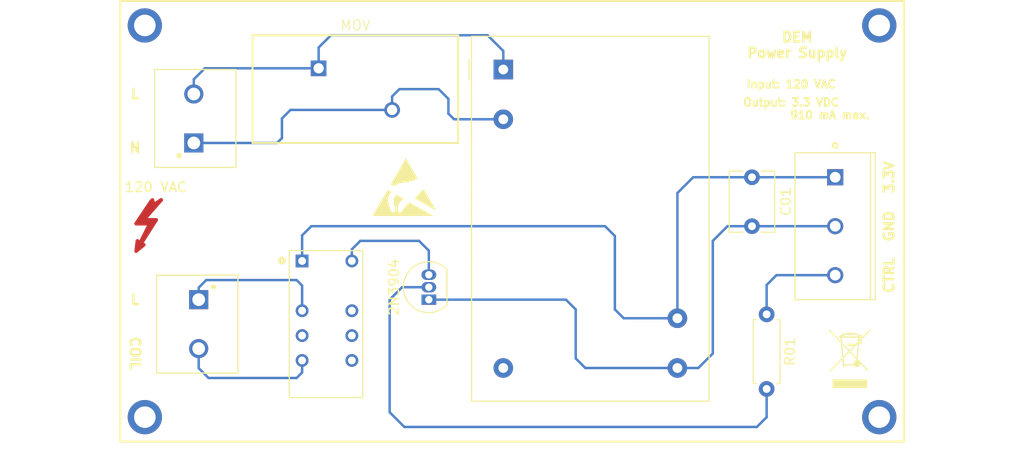
<source format=kicad_pcb>
(kicad_pcb (version 20171130) (host pcbnew "(5.0.1)-4")

  (general
    (thickness 1.6)
    (drawings 14)
    (tracks 70)
    (zones 0)
    (modules 16)
    (nets 15)
  )

  (page A4)
  (layers
    (0 F.Cu signal)
    (31 B.Cu signal)
    (32 B.Adhes user)
    (33 F.Adhes user)
    (34 B.Paste user)
    (35 F.Paste user)
    (36 B.SilkS user)
    (37 F.SilkS user)
    (38 B.Mask user)
    (39 F.Mask user)
    (40 Dwgs.User user)
    (41 Cmts.User user)
    (42 Eco1.User user)
    (43 Eco2.User user)
    (44 Edge.Cuts user)
    (45 Margin user)
    (46 B.CrtYd user)
    (47 F.CrtYd user)
    (48 B.Fab user)
    (49 F.Fab user)
  )

  (setup
    (last_trace_width 0.25)
    (trace_clearance 0.2)
    (zone_clearance 0.508)
    (zone_45_only no)
    (trace_min 0.2)
    (segment_width 0.2)
    (edge_width 0.15)
    (via_size 0.8)
    (via_drill 0.4)
    (via_min_size 0.4)
    (via_min_drill 0.3)
    (uvia_size 0.3)
    (uvia_drill 0.1)
    (uvias_allowed no)
    (uvia_min_size 0.2)
    (uvia_min_drill 0.1)
    (pcb_text_width 0.3)
    (pcb_text_size 1.5 1.5)
    (mod_edge_width 0.15)
    (mod_text_size 1 1)
    (mod_text_width 0.15)
    (pad_size 3.5 3.5)
    (pad_drill 2.2)
    (pad_to_mask_clearance 0.051)
    (solder_mask_min_width 0.25)
    (aux_axis_origin 0 0)
    (visible_elements 7FFFFFFF)
    (pcbplotparams
      (layerselection 0x010fc_ffffffff)
      (usegerberextensions false)
      (usegerberattributes false)
      (usegerberadvancedattributes false)
      (creategerberjobfile false)
      (excludeedgelayer true)
      (linewidth 0.100000)
      (plotframeref false)
      (viasonmask false)
      (mode 1)
      (useauxorigin false)
      (hpglpennumber 1)
      (hpglpenspeed 20)
      (hpglpendiameter 15.000000)
      (psnegative false)
      (psa4output false)
      (plotreference true)
      (plotvalue true)
      (plotinvisibletext false)
      (padsonsilk false)
      (subtractmaskfromsilk false)
      (outputformat 1)
      (mirror false)
      (drillshape 1)
      (scaleselection 1)
      (outputdirectory ""))
  )

  (net 0 "")
  (net 1 "Net-(C01-Pad1)")
  (net 2 "Net-(C01-Pad2)")
  (net 3 "Net-(J01-Pad2)")
  (net 4 "Net-(J01-Pad1)")
  (net 5 "Net-(J02-Pad3)")
  (net 6 "Net-(J03-Pad1)")
  (net 7 "Net-(J03-Pad2)")
  (net 8 "Net-(K01-Pad12)")
  (net 9 "Net-(K01-Pad10)")
  (net 10 "Net-(K01-Pad9)")
  (net 11 "Net-(K01-Pad8)")
  (net 12 "Net-(K01-Pad4)")
  (net 13 "Net-(PS01-Pad3)")
  (net 14 "Net-(Q01-Pad2)")

  (net_class Default "This is the default net class."
    (clearance 0.2)
    (trace_width 0.25)
    (via_dia 0.8)
    (via_drill 0.4)
    (uvia_dia 0.3)
    (uvia_drill 0.1)
    (add_net "Net-(C01-Pad1)")
    (add_net "Net-(C01-Pad2)")
    (add_net "Net-(J01-Pad1)")
    (add_net "Net-(J01-Pad2)")
    (add_net "Net-(J02-Pad3)")
    (add_net "Net-(J03-Pad1)")
    (add_net "Net-(J03-Pad2)")
    (add_net "Net-(K01-Pad10)")
    (add_net "Net-(K01-Pad12)")
    (add_net "Net-(K01-Pad4)")
    (add_net "Net-(K01-Pad8)")
    (add_net "Net-(K01-Pad9)")
    (add_net "Net-(PS01-Pad3)")
    (add_net "Net-(Q01-Pad2)")
  )

  (module Resistor_THT:R_Axial_DIN0207_L6.3mm_D2.5mm_P7.62mm_Horizontal (layer F.Cu) (tedit 5AE5139B) (tstamp 5C88078B)
    (at 152.5 106.5 270)
    (descr "Resistor, Axial_DIN0207 series, Axial, Horizontal, pin pitch=7.62mm, 0.25W = 1/4W, length*diameter=6.3*2.5mm^2, http://cdn-reichelt.de/documents/datenblatt/B400/1_4W%23YAG.pdf")
    (tags "Resistor Axial_DIN0207 series Axial Horizontal pin pitch 7.62mm 0.25W = 1/4W length 6.3mm diameter 2.5mm")
    (path /5C6F353E)
    (fp_text reference R01 (at 3.81 -2.37 270) (layer F.SilkS)
      (effects (font (size 1 1) (thickness 0.15)))
    )
    (fp_text value 10k (at 3.81 2.37 270) (layer F.Fab)
      (effects (font (size 1 1) (thickness 0.15)))
    )
    (fp_line (start 0.66 -1.25) (end 0.66 1.25) (layer F.Fab) (width 0.1))
    (fp_line (start 0.66 1.25) (end 6.96 1.25) (layer F.Fab) (width 0.1))
    (fp_line (start 6.96 1.25) (end 6.96 -1.25) (layer F.Fab) (width 0.1))
    (fp_line (start 6.96 -1.25) (end 0.66 -1.25) (layer F.Fab) (width 0.1))
    (fp_line (start 0 0) (end 0.66 0) (layer F.Fab) (width 0.1))
    (fp_line (start 7.62 0) (end 6.96 0) (layer F.Fab) (width 0.1))
    (fp_line (start 0.54 -1.04) (end 0.54 -1.37) (layer F.SilkS) (width 0.12))
    (fp_line (start 0.54 -1.37) (end 7.08 -1.37) (layer F.SilkS) (width 0.12))
    (fp_line (start 7.08 -1.37) (end 7.08 -1.04) (layer F.SilkS) (width 0.12))
    (fp_line (start 0.54 1.04) (end 0.54 1.37) (layer F.SilkS) (width 0.12))
    (fp_line (start 0.54 1.37) (end 7.08 1.37) (layer F.SilkS) (width 0.12))
    (fp_line (start 7.08 1.37) (end 7.08 1.04) (layer F.SilkS) (width 0.12))
    (fp_line (start -1.05 -1.5) (end -1.05 1.5) (layer F.CrtYd) (width 0.05))
    (fp_line (start -1.05 1.5) (end 8.67 1.5) (layer F.CrtYd) (width 0.05))
    (fp_line (start 8.67 1.5) (end 8.67 -1.5) (layer F.CrtYd) (width 0.05))
    (fp_line (start 8.67 -1.5) (end -1.05 -1.5) (layer F.CrtYd) (width 0.05))
    (fp_text user %R (at 3.81 0 90) (layer F.Fab)
      (effects (font (size 1 1) (thickness 0.15)))
    )
    (pad 1 thru_hole circle (at 0 0 270) (size 1.6 1.6) (drill 0.8) (layers *.Cu *.Mask)
      (net 5 "Net-(J02-Pad3)"))
    (pad 2 thru_hole oval (at 7.62 0 270) (size 1.6 1.6) (drill 0.8) (layers *.Cu *.Mask)
      (net 14 "Net-(Q01-Pad2)"))
    (model ${KISYS3DMOD}/Resistor_THT.3dshapes/R_Axial_DIN0207_L6.3mm_D2.5mm_P7.62mm_Horizontal.wrl
      (at (xyz 0 0 0))
      (scale (xyz 1 1 1))
      (rotate (xyz 0 0 0))
    )
  )

  (module Converter_ACDC:Converter_ACDC_RECOM_RAC04-xxSGx_THT (layer F.Cu) (tedit 5C6F3C9F) (tstamp 5C880762)
    (at 125.605001 81.5)
    (descr https://www.recom-power.com/pdf/Powerline-AC-DC/RAC04-GA.pdf)
    (tags "recom power ac dc")
    (path /5C4A2129)
    (fp_text reference PS01 (at -0.01 -4.39 180) (layer F.SilkS) hide
      (effects (font (size 1 1) (thickness 0.15)))
    )
    (fp_text value RAC03-3.3SGA (at 15 15 270) (layer F.Fab)
      (effects (font (size 1 1) (thickness 0.15)))
    )
    (fp_line (start -3.24 33.87) (end -3.25 -3.39) (layer F.SilkS) (width 0.12))
    (fp_line (start -3.24 -3.39) (end 21.02 -3.39) (layer F.SilkS) (width 0.12))
    (fp_line (start 21.02 -3.39) (end 21.02 33.87) (layer F.SilkS) (width 0.12))
    (fp_line (start -3.24 33.87) (end 21.02 33.87) (layer F.SilkS) (width 0.12))
    (fp_line (start 21.14 33.99) (end -3.36 33.99) (layer F.CrtYd) (width 0.05))
    (fp_line (start 21.14 -3.51) (end 21.14 33.99) (layer F.CrtYd) (width 0.05))
    (fp_line (start -3.36 -3.51) (end 21.14 -3.51) (layer F.CrtYd) (width 0.05))
    (fp_line (start -3.36 -3.51) (end -3.36 33.99) (layer F.CrtYd) (width 0.05))
    (fp_line (start 20.89 -3.26) (end 20.89 33.74) (layer F.Fab) (width 0.1))
    (fp_line (start -3.11 -3.26) (end 20.89 -3.26) (layer F.Fab) (width 0.1))
    (fp_line (start -3.11 33.74) (end 20.89 33.74) (layer F.Fab) (width 0.1))
    (fp_line (start -3.11 33.74) (end -3.11 1) (layer F.Fab) (width 0.1))
    (fp_text user %R (at 9 15 90) (layer F.Fab)
      (effects (font (size 2 2) (thickness 0.2)))
    )
    (fp_line (start 5.08 25.4) (end 5.08 35.56) (layer Dwgs.User) (width 0.05))
    (fp_line (start 5.08 35.56) (end -5.08 35.56) (layer Dwgs.User) (width 0.05))
    (fp_line (start -5.08 35.56) (end -5.08 25.4) (layer Dwgs.User) (width 0.05))
    (fp_line (start -5.08 25.4) (end 5.08 25.4) (layer Dwgs.User) (width 0.05))
    (fp_line (start -5.08 34.29) (end -3.81 35.56) (layer Dwgs.User) (width 0.05))
    (fp_line (start -5.08 33.02) (end -2.54 35.56) (layer Dwgs.User) (width 0.05))
    (fp_line (start -5.08 30.48) (end 0 35.56) (layer Dwgs.User) (width 0.05))
    (fp_line (start -5.08 27.94) (end 2.54 35.56) (layer Dwgs.User) (width 0.05))
    (fp_line (start -5.08 25.4) (end 5.08 35.56) (layer Dwgs.User) (width 0.05))
    (fp_line (start -5.08 26.67) (end 3.81 35.56) (layer Dwgs.User) (width 0.05))
    (fp_line (start -5.08 29.21) (end 1.27 35.56) (layer Dwgs.User) (width 0.05))
    (fp_line (start -5.08 31.75) (end -1.27 35.56) (layer Dwgs.User) (width 0.05))
    (fp_line (start 5.08 34.29) (end -3.81 25.4) (layer Dwgs.User) (width 0.05))
    (fp_line (start 5.08 30.48) (end 0 25.4) (layer Dwgs.User) (width 0.05))
    (fp_line (start 5.08 26.67) (end 3.81 25.4) (layer Dwgs.User) (width 0.05))
    (fp_line (start 5.08 27.94) (end 2.54 25.4) (layer Dwgs.User) (width 0.05))
    (fp_line (start 5.08 33.02) (end -2.54 25.4) (layer Dwgs.User) (width 0.05))
    (fp_line (start 5.08 31.75) (end -1.27 25.4) (layer Dwgs.User) (width 0.05))
    (fp_line (start 5.08 29.21) (end 1.27 25.4) (layer Dwgs.User) (width 0.05))
    (fp_line (start -3.5 1) (end -3.5 -1) (layer F.SilkS) (width 0.12))
    (fp_line (start -3.11 1) (end -2.11 0) (layer F.Fab) (width 0.1))
    (fp_line (start -3.11 -1) (end -2.11 0) (layer F.Fab) (width 0.1))
    (fp_line (start -3.11 -1) (end -3.11 -3.26) (layer F.Fab) (width 0.1))
    (fp_text user "KEEP-OUT ZONE" (at -4.26 30.48 90) (layer Cmts.User)
      (effects (font (size 0.75 0.75) (thickness 0.15)))
    )
    (pad 1 thru_hole rect (at 0 0 90) (size 2 2) (drill 1) (layers *.Cu *.Mask)
      (net 3 "Net-(J01-Pad2)"))
    (pad 2 thru_hole circle (at 0 5.08 90) (size 2 2) (drill 1) (layers *.Cu *.Mask)
      (net 4 "Net-(J01-Pad1)"))
    (pad 4 thru_hole circle (at 17.78 30.48 90) (size 2 2) (drill 1) (layers *.Cu *.Mask)
      (net 2 "Net-(C01-Pad2)"))
    (pad 3 thru_hole circle (at 0 30.48 180) (size 2 2) (drill 1) (layers *.Cu *.Mask)
      (net 13 "Net-(PS01-Pad3)"))
    (pad 5 thru_hole circle (at 17.78 25.4 90) (size 2 2) (drill 1) (layers *.Cu *.Mask)
      (net 1 "Net-(C01-Pad1)"))
    (model ${KISYS3DMOD}/Converter_ACDC.3dshapes/Converter_ACDC_RECOM_RAC04-xxSGx_THT.wrl
      (at (xyz 0 0 0))
      (scale (xyz 1 1 1))
      (rotate (xyz 0 0 0))
    )
  )

  (module EC2-3NU:KEMET_EC2-3NU (layer F.Cu) (tedit 5C6F3C88) (tstamp 5C880726)
    (at 107.5 107.5)
    (path /5C6F4339)
    (fp_text reference K01 (at -0.21311 -9.1656) (layer F.SilkS) hide
      (effects (font (size 1.40117 1.40117) (thickness 0.05)))
    )
    (fp_text value EC2-3NU (at 0.6787 9.14591) (layer F.SilkS) hide
      (effects (font (size 1.40266 1.40266) (thickness 0.05)))
    )
    (fp_line (start 3.75 -7.5) (end 3.75 7.5) (layer Eco2.User) (width 0.127))
    (fp_line (start 3.75 7.5) (end -3.75 7.5) (layer Eco2.User) (width 0.127))
    (fp_line (start -3.75 7.5) (end -3.75 -7.5) (layer Eco2.User) (width 0.127))
    (fp_line (start -3.75 -7.5) (end 3.75 -7.5) (layer Eco2.User) (width 0.127))
    (fp_line (start 3.75 -7.5) (end -3.75 -7.5) (layer F.SilkS) (width 0.127))
    (fp_line (start -3.75 -7.5) (end -3.75 7.5) (layer F.SilkS) (width 0.127))
    (fp_line (start -3.75 7.5) (end 3.75 7.5) (layer F.SilkS) (width 0.127))
    (fp_line (start 3.75 7.5) (end 3.75 -7.5) (layer F.SilkS) (width 0.127))
    (fp_line (start 4 -7.75) (end 4 7.75) (layer Eco1.User) (width 0.05))
    (fp_line (start 4 7.75) (end -4 7.75) (layer Eco1.User) (width 0.05))
    (fp_line (start -4 7.75) (end -4 -7.75) (layer Eco1.User) (width 0.05))
    (fp_line (start -4 -7.75) (end 4 -7.75) (layer Eco1.User) (width 0.05))
    (fp_circle (center -4.5 -6.5) (end -4.4 -6.5) (layer Eco2.User) (width 0.3))
    (fp_circle (center -4.5 -6.5) (end -4.4 -6.5) (layer F.SilkS) (width 0.3))
    (pad 12 thru_hole circle (at 2.64 -6.45 270) (size 1.308 1.308) (drill 0.8) (layers *.Cu *.Mask)
      (net 8 "Net-(K01-Pad12)"))
    (pad 10 thru_hole circle (at 2.64 -1.37 270) (size 1.308 1.308) (drill 0.8) (layers *.Cu *.Mask)
      (net 9 "Net-(K01-Pad10)"))
    (pad 9 thru_hole circle (at 2.64 1.17 270) (size 1.308 1.308) (drill 0.8) (layers *.Cu *.Mask)
      (net 10 "Net-(K01-Pad9)"))
    (pad 8 thru_hole circle (at 2.64 3.71 270) (size 1.308 1.308) (drill 0.8) (layers *.Cu *.Mask)
      (net 11 "Net-(K01-Pad8)"))
    (pad 1 thru_hole rect (at -2.44 -6.45 270) (size 1.308 1.308) (drill 0.8) (layers *.Cu *.Mask)
      (net 1 "Net-(C01-Pad1)"))
    (pad 3 thru_hole circle (at -2.44 -1.37 270) (size 1.308 1.308) (drill 0.8) (layers *.Cu *.Mask)
      (net 6 "Net-(J03-Pad1)"))
    (pad 4 thru_hole circle (at -2.44 1.17 270) (size 1.308 1.308) (drill 0.8) (layers *.Cu *.Mask)
      (net 12 "Net-(K01-Pad4)"))
    (pad 5 thru_hole circle (at -2.44 3.71 270) (size 1.308 1.308) (drill 0.8) (layers *.Cu *.Mask)
      (net 7 "Net-(J03-Pad2)"))
  )

  (module Capacitor_THT:C_Disc_D6.0mm_W4.4mm_P5.00mm (layer F.Cu) (tedit 5AE50EF0) (tstamp 5C8806C7)
    (at 151 92.5 270)
    (descr "C, Disc series, Radial, pin pitch=5.00mm, , diameter*width=6*4.4mm^2, Capacitor")
    (tags "C Disc series Radial pin pitch 5.00mm  diameter 6mm width 4.4mm Capacitor")
    (path /5C4BC2BF)
    (fp_text reference C01 (at 2.5 -3.45 270) (layer F.SilkS)
      (effects (font (size 1 1) (thickness 0.15)))
    )
    (fp_text value "400 nF" (at 2.5 3.45 270) (layer F.Fab)
      (effects (font (size 1 1) (thickness 0.15)))
    )
    (fp_line (start -0.5 -2.2) (end -0.5 2.2) (layer F.Fab) (width 0.1))
    (fp_line (start -0.5 2.2) (end 5.5 2.2) (layer F.Fab) (width 0.1))
    (fp_line (start 5.5 2.2) (end 5.5 -2.2) (layer F.Fab) (width 0.1))
    (fp_line (start 5.5 -2.2) (end -0.5 -2.2) (layer F.Fab) (width 0.1))
    (fp_line (start -0.62 -2.321) (end 5.62 -2.321) (layer F.SilkS) (width 0.12))
    (fp_line (start -0.62 2.321) (end 5.62 2.321) (layer F.SilkS) (width 0.12))
    (fp_line (start -0.62 -2.321) (end -0.62 -0.925) (layer F.SilkS) (width 0.12))
    (fp_line (start -0.62 0.925) (end -0.62 2.321) (layer F.SilkS) (width 0.12))
    (fp_line (start 5.62 -2.321) (end 5.62 -0.925) (layer F.SilkS) (width 0.12))
    (fp_line (start 5.62 0.925) (end 5.62 2.321) (layer F.SilkS) (width 0.12))
    (fp_line (start -1.05 -2.45) (end -1.05 2.45) (layer F.CrtYd) (width 0.05))
    (fp_line (start -1.05 2.45) (end 6.05 2.45) (layer F.CrtYd) (width 0.05))
    (fp_line (start 6.05 2.45) (end 6.05 -2.45) (layer F.CrtYd) (width 0.05))
    (fp_line (start 6.05 -2.45) (end -1.05 -2.45) (layer F.CrtYd) (width 0.05))
    (fp_text user %R (at 2.5 0 270) (layer F.Fab)
      (effects (font (size 1 1) (thickness 0.15)))
    )
    (pad 1 thru_hole circle (at 0 0 270) (size 1.6 1.6) (drill 0.8) (layers *.Cu *.Mask)
      (net 1 "Net-(C01-Pad1)"))
    (pad 2 thru_hole circle (at 5 0 270) (size 1.6 1.6) (drill 0.8) (layers *.Cu *.Mask)
      (net 2 "Net-(C01-Pad2)"))
    (model ${KISYS3DMOD}/Capacitor_THT.3dshapes/C_Disc_D6.0mm_W4.4mm_P5.00mm.wrl
      (at (xyz 0 0 0))
      (scale (xyz 1 1 1))
      (rotate (xyz 0 0 0))
    )
  )

  (module 1935161:PHOENIX_1935161 (layer F.Cu) (tedit 5C6F399C) (tstamp 5C8806DD)
    (at 94 86.5 90)
    (path /5C4E2FEB)
    (fp_text reference J01 (at -7 0 90) (layer F.SilkS) hide
      (effects (font (size 1 0.9) (thickness 0.05)))
    )
    (fp_text value 1935161 (at 0 0 90) (layer F.SilkS) hide
      (effects (font (size 1 0.9) (thickness 0.05)))
    )
    (fp_text user VALUE (at -5.09283 6.36604 90) (layer Eco2.User)
      (effects (font (size 1 1) (thickness 0.05)))
    )
    (fp_text user NAME (at -8 3 90) (layer Cmts.User)
      (effects (font (size 1 1) (thickness 0.05)))
    )
    (fp_line (start -5.25 4.55) (end -5.25 -4.25) (layer Eco1.User) (width 0.05))
    (fp_line (start 5.25 4.55) (end -5.25 4.55) (layer Eco1.User) (width 0.05))
    (fp_line (start 5.25 -4.25) (end 5.25 4.55) (layer Eco1.User) (width 0.05))
    (fp_line (start -5.25 -4.25) (end 5.25 -4.25) (layer Eco1.User) (width 0.05))
    (fp_circle (center -3.8 -1.5) (end -3.66 -1.5) (layer Dwgs.User) (width 0.28))
    (fp_circle (center -3.8 -1.5) (end -3.66 -1.5) (layer F.SilkS) (width 0.28))
    (fp_line (start 5 4.3) (end -5 4.3) (layer Dwgs.User) (width 0.127))
    (fp_line (start 5 -4) (end 5 4.3) (layer Dwgs.User) (width 0.127))
    (fp_line (start -5 -4) (end 5 -4) (layer Dwgs.User) (width 0.127))
    (fp_line (start -5 4.3) (end -5 -4) (layer Dwgs.User) (width 0.127))
    (fp_line (start -5 4.3) (end -5 -4) (layer F.SilkS) (width 0.127))
    (fp_line (start 5 4.3) (end -5 4.3) (layer F.SilkS) (width 0.127))
    (fp_line (start 5 -4) (end 5 4.3) (layer F.SilkS) (width 0.127))
    (fp_line (start -5 -4) (end 5 -4) (layer F.SilkS) (width 0.127))
    (pad 2 thru_hole circle (at 2.5 0 90) (size 1.95 1.95) (drill 1.3) (layers *.Cu *.Mask)
      (net 3 "Net-(J01-Pad2)"))
    (pad 1 thru_hole rect (at -2.5 0 90) (size 1.95 1.95) (drill 1.3) (layers *.Cu *.Mask)
      (net 4 "Net-(J01-Pad1)"))
  )

  (module 282836-3:TE_282836-3 (layer F.Cu) (tedit 5C6F3946) (tstamp 5C8806F6)
    (at 159.5 97.5 270)
    (path /5C4DF527)
    (fp_text reference J02 (at -2 -2 270) (layer F.SilkS) hide
      (effects (font (size 1.00159 1.00159) (thickness 0.05)))
    )
    (fp_text value 282836-3 (at -3.83134 5.1235 270) (layer F.SilkS) hide
      (effects (font (size 1.00166 1.00166) (thickness 0.05)))
    )
    (fp_line (start -7.5 -4.1) (end 7.5 -4.1) (layer F.SilkS) (width 0.127))
    (fp_line (start 7.5 -4.1) (end 7.5 -3.6) (layer F.SilkS) (width 0.127))
    (fp_line (start 7.5 -3.6) (end 7.5 4.1) (layer F.SilkS) (width 0.127))
    (fp_line (start 7.5 4.1) (end -7.5 4.1) (layer F.SilkS) (width 0.127))
    (fp_line (start -7.5 4.1) (end -7.5 -4.1) (layer F.SilkS) (width 0.127))
    (fp_line (start -7.5 -3.6) (end 7.5 -3.6) (layer F.SilkS) (width 0.127))
    (fp_line (start -7.75 -4.35) (end 7.75 -4.35) (layer Eco1.User) (width 0.05))
    (fp_line (start 7.75 -4.35) (end 7.75 4.35) (layer Eco1.User) (width 0.05))
    (fp_line (start 7.75 4.35) (end -7.75 4.35) (layer Eco1.User) (width 0.05))
    (fp_line (start -7.75 4.35) (end -7.75 -4.35) (layer Eco1.User) (width 0.05))
    (fp_circle (center -8.25 0) (end -8 0) (layer F.SilkS) (width 0.2032))
    (fp_line (start -7.5 -4.1) (end 7.5 -4.1) (layer Dwgs.User) (width 0.127))
    (fp_line (start 7.5 -4.1) (end 7.5 -3.6) (layer Dwgs.User) (width 0.127))
    (fp_line (start 7.5 -3.6) (end 7.5 4.1) (layer Dwgs.User) (width 0.127))
    (fp_line (start 7.5 4.1) (end -7.5 4.1) (layer Dwgs.User) (width 0.127))
    (fp_line (start -7.5 4.1) (end -7.5 -4.1) (layer Dwgs.User) (width 0.127))
    (fp_line (start -7.5 -3.6) (end 7.5 -3.6) (layer Dwgs.User) (width 0.127))
    (fp_circle (center -8.25 0) (end -8 0) (layer Dwgs.User) (width 0.2032))
    (pad 1 thru_hole rect (at -5 0 270) (size 1.65 1.65) (drill 1.1) (layers *.Cu *.Mask)
      (net 1 "Net-(C01-Pad1)"))
    (pad 2 thru_hole circle (at 0 0 270) (size 1.65 1.65) (drill 1.1) (layers *.Cu *.Mask)
      (net 2 "Net-(C01-Pad2)"))
    (pad 3 thru_hole circle (at 5 0 270) (size 1.65 1.65) (drill 1.1) (layers *.Cu *.Mask)
      (net 5 "Net-(J02-Pad3)"))
  )

  (module 1935161:PHOENIX_1935161 (layer F.Cu) (tedit 5C6F3985) (tstamp 5C88070C)
    (at 94.5 107.5 270)
    (path /5C4DEBC7)
    (fp_text reference J03 (at 0 0 270) (layer F.SilkS) hide
      (effects (font (size 1 0.9) (thickness 0.05)))
    )
    (fp_text value 1935161 (at 0 0 270) (layer F.SilkS) hide
      (effects (font (size 1 0.9) (thickness 0.05)))
    )
    (fp_line (start -5 -4) (end 5 -4) (layer F.SilkS) (width 0.127))
    (fp_line (start 5 -4) (end 5 4.3) (layer F.SilkS) (width 0.127))
    (fp_line (start 5 4.3) (end -5 4.3) (layer F.SilkS) (width 0.127))
    (fp_line (start -5 4.3) (end -5 -4) (layer F.SilkS) (width 0.127))
    (fp_line (start -5 4.3) (end -5 -4) (layer Dwgs.User) (width 0.127))
    (fp_line (start -5 -4) (end 5 -4) (layer Dwgs.User) (width 0.127))
    (fp_line (start 5 -4) (end 5 4.3) (layer Dwgs.User) (width 0.127))
    (fp_line (start 5 4.3) (end -5 4.3) (layer Dwgs.User) (width 0.127))
    (fp_circle (center -3.8 -1.5) (end -3.66 -1.5) (layer F.SilkS) (width 0.28))
    (fp_circle (center -3.8 -1.5) (end -3.66 -1.5) (layer Dwgs.User) (width 0.28))
    (fp_line (start -5.25 -4.25) (end 5.25 -4.25) (layer Eco1.User) (width 0.05))
    (fp_line (start 5.25 -4.25) (end 5.25 4.55) (layer Eco1.User) (width 0.05))
    (fp_line (start 5.25 4.55) (end -5.25 4.55) (layer Eco1.User) (width 0.05))
    (fp_line (start -5.25 4.55) (end -5.25 -4.25) (layer Eco1.User) (width 0.05))
    (fp_text user NAME (at -5.08705 -5.08705 270) (layer Cmts.User)
      (effects (font (size 1 1) (thickness 0.05)))
    )
    (fp_text user VALUE (at 0 5.5 270) (layer Eco2.User)
      (effects (font (size 1 1) (thickness 0.05)))
    )
    (pad 1 thru_hole rect (at -2.5 0 270) (size 1.95 1.95) (drill 1.3) (layers *.Cu *.Mask)
      (net 6 "Net-(J03-Pad1)"))
    (pad 2 thru_hole circle (at 2.5 0 270) (size 1.95 1.95) (drill 1.3) (layers *.Cu *.Mask)
      (net 7 "Net-(J03-Pad2)"))
  )

  (module TMOV20RP300E:CAPRR750W81L2100T1100H2300P (layer F.Cu) (tedit 5C6F4EE1) (tstamp 5C880734)
    (at 110.5 83.5)
    (path /5C4E3F91)
    (fp_text reference MOV (at 0 -6.5) (layer F.SilkS)
      (effects (font (size 1.00113 1.00113) (thickness 0.1)))
    )
    (fp_text value TMOV20RP300E (at -7.57733 6.36697) (layer F.SilkS) hide
      (effects (font (size 1.00031 1.00031) (thickness 0.05)))
    )
    (fp_line (start -10.5 -5.5) (end 10.5 -5.5) (layer F.SilkS) (width 0.2))
    (fp_line (start 10.5 -5.5) (end 10.5 5.5) (layer F.SilkS) (width 0.2))
    (fp_line (start 10.5 5.5) (end -10.5 5.5) (layer F.SilkS) (width 0.2))
    (fp_line (start -10.5 5.5) (end -10.5 -5.5) (layer F.SilkS) (width 0.2))
    (fp_line (start -10.75 -5.75) (end 10.75 -5.75) (layer Eco1.User) (width 0.05))
    (fp_line (start 10.75 -5.75) (end 10.75 5.75) (layer Eco1.User) (width 0.05))
    (fp_line (start 10.75 5.75) (end -10.75 5.75) (layer Eco1.User) (width 0.05))
    (fp_line (start -10.75 5.75) (end -10.75 -5.75) (layer Eco1.User) (width 0.05))
    (pad 1 thru_hole rect (at -3.75 -2.125) (size 1.6 1.6) (drill 1.05) (layers *.Cu *.Mask)
      (net 3 "Net-(J01-Pad2)"))
    (pad 2 thru_hole circle (at 3.75 2.125) (size 1.6 1.6) (drill 1.05) (layers *.Cu *.Mask)
      (net 4 "Net-(J01-Pad1)"))
  )

  (module Package_TO_SOT_THT:TO-92_Inline (layer F.Cu) (tedit 5C6F496F) (tstamp 5C880774)
    (at 118 105 90)
    (descr "TO-92 leads in-line, narrow, oval pads, drill 0.75mm (see NXP sot054_po.pdf)")
    (tags "to-92 sc-43 sc-43a sot54 PA33 transistor")
    (path /5C6F2607)
    (fp_text reference 2N3904 (at 1.27 -3.56 90) (layer F.SilkS)
      (effects (font (size 1 1) (thickness 0.15)))
    )
    (fp_text value 2N3904 (at 1.27 2.79 90) (layer F.Fab)
      (effects (font (size 1 1) (thickness 0.15)))
    )
    (fp_text user %R (at 1.27 -3.56 90) (layer F.Fab)
      (effects (font (size 1 1) (thickness 0.15)))
    )
    (fp_line (start -0.53 1.85) (end 3.07 1.85) (layer F.SilkS) (width 0.12))
    (fp_line (start -0.5 1.75) (end 3 1.75) (layer F.Fab) (width 0.1))
    (fp_line (start -1.46 -2.73) (end 4 -2.73) (layer F.CrtYd) (width 0.05))
    (fp_line (start -1.46 -2.73) (end -1.46 2.01) (layer F.CrtYd) (width 0.05))
    (fp_line (start 4 2.01) (end 4 -2.73) (layer F.CrtYd) (width 0.05))
    (fp_line (start 4 2.01) (end -1.46 2.01) (layer F.CrtYd) (width 0.05))
    (fp_arc (start 1.27 0) (end 1.27 -2.48) (angle 135) (layer F.Fab) (width 0.1))
    (fp_arc (start 1.27 0) (end 1.27 -2.6) (angle -135) (layer F.SilkS) (width 0.12))
    (fp_arc (start 1.27 0) (end 1.27 -2.48) (angle -135) (layer F.Fab) (width 0.1))
    (fp_arc (start 1.27 0) (end 1.27 -2.6) (angle 135) (layer F.SilkS) (width 0.12))
    (pad 2 thru_hole oval (at 1.27 0 90) (size 1.05 1.5) (drill 0.75) (layers *.Cu *.Mask)
      (net 14 "Net-(Q01-Pad2)"))
    (pad 3 thru_hole oval (at 2.54 0 90) (size 1.05 1.5) (drill 0.75) (layers *.Cu *.Mask)
      (net 8 "Net-(K01-Pad12)"))
    (pad 1 thru_hole rect (at 0 0 90) (size 1.05 1.5) (drill 0.75) (layers *.Cu *.Mask)
      (net 2 "Net-(C01-Pad2)"))
    (model ${KISYS3DMOD}/Package_TO_SOT_THT.3dshapes/TO-92_Inline.wrl
      (at (xyz 0 0 0))
      (scale (xyz 1 1 1))
      (rotate (xyz 0 0 0))
    )
  )

  (module Symbol:Symbol_Highvoltage_Type1_CopperTop_Small (layer F.Cu) (tedit 5C6F3DA7) (tstamp 5C94E6B9)
    (at 88.5 98)
    (descr "Symbol, Highvoltage, Type 1, Copper Top, Small,")
    (tags "Symbol, Highvoltage, Type 1, Copper Top, Small,")
    (attr virtual)
    (fp_text reference "120 VAC " (at 2 -4.5) (layer F.SilkS)
      (effects (font (size 1 1) (thickness 0.15)))
    )
    (fp_text value Symbol_Highvoltage_Type1_CopperTop_Small (at 0.508 4.191) (layer F.Fab) hide
      (effects (font (size 1 1) (thickness 0.15)))
    )
    (fp_line (start -0.127 1.524) (end -0.254 1.016) (layer F.Cu) (width 0.381))
    (fp_line (start 1.016 -0.762) (end -0.127 1.524) (layer F.Cu) (width 0.381))
    (fp_line (start -0.381 -0.762) (end 1.016 -0.762) (layer F.Cu) (width 0.381))
    (fp_line (start 1.143 -3.048) (end -0.381 -0.762) (layer F.Cu) (width 0.381))
    (fp_line (start 1.397 -2.667) (end 1.27 -3.175) (layer F.Cu) (width 0.381))
    (fp_line (start 2.159 -3.175) (end 1.397 -2.667) (layer F.Cu) (width 0.381))
    (fp_line (start 0.381 -1.143) (end 2.159 -3.175) (layer F.Cu) (width 0.381))
    (fp_line (start 1.651 -1.143) (end 0.381 -1.143) (layer F.Cu) (width 0.381))
    (fp_line (start -0.127 1.651) (end 1.651 -1.143) (layer F.Cu) (width 0.381))
    (fp_line (start 0.381 1.397) (end -0.127 1.651) (layer F.Cu) (width 0.381))
    (fp_line (start -0.381 2.032) (end 0.381 1.397) (layer F.Cu) (width 0.381))
    (fp_line (start -0.254 1.016) (end -0.381 2.032) (layer F.Cu) (width 0.381))
    (fp_line (start 0 -0.889) (end 1.27 -0.889) (layer F.Cu) (width 0.381))
    (fp_line (start 1.397 -2.794) (end 0 -0.889) (layer F.Cu) (width 0.381))
  )

  (module Symbol:ESD-Logo_6.6x6mm_SilkScreen (layer F.Cu) (tedit 0) (tstamp 5C94EF90)
    (at 115.5 93.5)
    (descr "Electrostatic discharge Logo")
    (tags "Logo ESD")
    (attr virtual)
    (fp_text reference REF** (at 0 0) (layer F.SilkS) hide
      (effects (font (size 1 1) (thickness 0.15)))
    )
    (fp_text value ESD-Logo_6.6x6mm_SilkScreen (at 0.75 0) (layer F.Fab) hide
      (effects (font (size 1 1) (thickness 0.15)))
    )
    (fp_poly (pts (xy 0.164043 -2.914165) (xy 0.187065 -2.876755) (xy 0.222534 -2.817486) (xy 0.268996 -2.738882)
      (xy 0.324996 -2.643462) (xy 0.389081 -2.53375) (xy 0.459796 -2.412266) (xy 0.535687 -2.281532)
      (xy 0.615299 -2.14407) (xy 0.697178 -2.002402) (xy 0.77987 -1.859049) (xy 0.861921 -1.716533)
      (xy 0.941876 -1.577376) (xy 1.018281 -1.444099) (xy 1.089682 -1.319224) (xy 1.154624 -1.205273)
      (xy 1.211653 -1.104767) (xy 1.259315 -1.020228) (xy 1.296155 -0.954178) (xy 1.32072 -0.909138)
      (xy 1.331554 -0.88763) (xy 1.331951 -0.886286) (xy 1.318501 -0.868035) (xy 1.281114 -0.840118)
      (xy 1.224235 -0.805275) (xy 1.152312 -0.766246) (xy 1.077015 -0.729157) (xy 0.97456 -0.684183)
      (xy 0.866817 -0.643774) (xy 0.750073 -0.607031) (xy 0.620618 -0.573058) (xy 0.47474 -0.540956)
      (xy 0.308726 -0.509827) (xy 0.118866 -0.478773) (xy -0.077531 -0.449855) (xy -0.248166 -0.4242)
      (xy -0.391455 -0.398802) (xy -0.510992 -0.372398) (xy -0.61037 -0.343727) (xy -0.693182 -0.311527)
      (xy -0.763022 -0.274535) (xy -0.823482 -0.231488) (xy -0.878155 -0.181125) (xy -0.895786 -0.162417)
      (xy -0.934 -0.118861) (xy -0.962268 -0.083318) (xy -0.975382 -0.062417) (xy -0.975732 -0.060703)
      (xy -0.98032 -0.050194) (xy -0.996242 -0.050076) (xy -1.026734 -0.061746) (xy -1.075032 -0.086604)
      (xy -1.144373 -0.126048) (xy -1.192561 -0.154413) (xy -1.264417 -0.198753) (xy -1.320258 -0.236721)
      (xy -1.356333 -0.265584) (xy -1.368887 -0.282612) (xy -1.368879 -0.282736) (xy -1.361094 -0.298963)
      (xy -1.339108 -0.3396) (xy -1.304197 -0.402433) (xy -1.257637 -0.485248) (xy -1.200705 -0.585828)
      (xy -1.134677 -0.70196) (xy -1.060828 -0.831429) (xy -0.980436 -0.97202) (xy -0.894776 -1.121518)
      (xy -0.805124 -1.277708) (xy -0.712757 -1.438376) (xy -0.618951 -1.601307) (xy -0.524982 -1.764287)
      (xy -0.432126 -1.9251) (xy -0.34166 -2.081532) (xy -0.254859 -2.231367) (xy -0.173 -2.372392)
      (xy -0.097359 -2.502391) (xy -0.029213 -2.619151) (xy 0.030163 -2.720455) (xy 0.079493 -2.804089)
      (xy 0.1175 -2.867838) (xy 0.142907 -2.909489) (xy 0.15444 -2.926825) (xy 0.154923 -2.927195)
      (xy 0.164043 -2.914165)) (layer F.SilkS) (width 0.01))
    (fp_poly (pts (xy 1.987528 0.234619) (xy 1.998908 0.253693) (xy 2.024488 0.297421) (xy 2.063002 0.363619)
      (xy 2.113186 0.450102) (xy 2.173775 0.554685) (xy 2.243503 0.675183) (xy 2.321107 0.809412)
      (xy 2.40532 0.955187) (xy 2.494879 1.110323) (xy 2.586998 1.27) (xy 2.681076 1.433117)
      (xy 2.771402 1.589709) (xy 2.856665 1.737506) (xy 2.935557 1.87424) (xy 3.006769 1.997642)
      (xy 3.068991 2.105444) (xy 3.120913 2.195377) (xy 3.161228 2.265173) (xy 3.188624 2.312564)
      (xy 3.201507 2.334786) (xy 3.222507 2.37233) (xy 3.233925 2.395831) (xy 3.234551 2.39992)
      (xy 3.220636 2.392242) (xy 3.181941 2.370203) (xy 3.120487 2.334971) (xy 3.038298 2.287711)
      (xy 2.937396 2.229589) (xy 2.819805 2.161771) (xy 2.687546 2.085424) (xy 2.542642 2.001714)
      (xy 2.387117 1.911806) (xy 2.222992 1.816867) (xy 2.160549 1.780732) (xy 1.993487 1.684083)
      (xy 1.834074 1.591938) (xy 1.684355 1.505475) (xy 1.546376 1.425871) (xy 1.422185 1.354305)
      (xy 1.313827 1.291955) (xy 1.223348 1.239998) (xy 1.152796 1.199613) (xy 1.104215 1.171978)
      (xy 1.079654 1.158272) (xy 1.077085 1.156974) (xy 1.084569 1.14522) (xy 1.110614 1.113795)
      (xy 1.152559 1.065594) (xy 1.207746 1.00351) (xy 1.273517 0.930439) (xy 1.347212 0.849276)
      (xy 1.426173 0.762916) (xy 1.50774 0.674253) (xy 1.589254 0.586182) (xy 1.668057 0.501599)
      (xy 1.74149 0.423397) (xy 1.806893 0.354472) (xy 1.861608 0.297719) (xy 1.902977 0.256032)
      (xy 1.917164 0.242363) (xy 1.96418 0.198201) (xy 1.987528 0.234619)) (layer F.SilkS) (width 0.01))
    (fp_poly (pts (xy -1.677906 0.291158) (xy -1.645381 0.303736) (xy -1.595807 0.328712) (xy -1.524626 0.367876)
      (xy -1.519084 0.370988) (xy -1.453526 0.408476) (xy -1.398202 0.441319) (xy -1.358545 0.466205)
      (xy -1.339988 0.47982) (xy -1.339469 0.480487) (xy -1.343952 0.49939) (xy -1.364514 0.541605)
      (xy -1.399817 0.604832) (xy -1.44852 0.686772) (xy -1.509282 0.785122) (xy -1.580764 0.897585)
      (xy -1.598555 0.925165) (xy -1.644907 1.001699) (xy -1.678658 1.067556) (xy -1.696847 1.116782)
      (xy -1.698714 1.126507) (xy -1.697885 1.169312) (xy -1.688606 1.237209) (xy -1.672032 1.325843)
      (xy -1.64932 1.430859) (xy -1.621627 1.547902) (xy -1.59011 1.672616) (xy -1.555925 1.800645)
      (xy -1.520229 1.927634) (xy -1.484179 2.049228) (xy -1.448932 2.161072) (xy -1.415644 2.25881)
      (xy -1.385472 2.338087) (xy -1.364439 2.385122) (xy -1.339663 2.435225) (xy -1.31627 2.483168)
      (xy -1.315003 2.485793) (xy -1.276301 2.53422) (xy -1.219816 2.566828) (xy -1.154061 2.582454)
      (xy -1.087549 2.579937) (xy -1.028795 2.558114) (xy -0.995742 2.529382) (xy -0.948141 2.450583)
      (xy -0.913261 2.352378) (xy -0.894123 2.244779) (xy -0.891412 2.18378) (xy -0.90233 2.069935)
      (xy -0.934376 1.97566) (xy -0.989274 1.896379) (xy -1.006393 1.878733) (xy -1.057339 1.829235)
      (xy -1.060837 1.479362) (xy -1.064336 1.129489) (xy -0.975182 0.994531) (xy -0.933346 0.933445)
      (xy -0.893055 0.878493) (xy -0.860057 0.837336) (xy -0.845874 0.822192) (xy -0.805719 0.78481)
      (xy -0.751335 0.814098) (xy -0.716961 0.835084) (xy -0.698154 0.851378) (xy -0.696951 0.854307)
      (xy -0.684097 0.866728) (xy -0.662104 0.875977) (xy -0.64085 0.884313) (xy -0.608306 0.900149)
      (xy -0.561678 0.925033) (xy -0.498171 0.960509) (xy -0.414992 1.008123) (xy -0.309347 1.069422)
      (xy -0.251938 1.102932) (xy -0.184406 1.143071) (xy -0.140115 1.171659) (xy -0.115145 1.192039)
      (xy -0.105577 1.207553) (xy -0.107492 1.221546) (xy -0.109089 1.224796) (xy -0.124624 1.245266)
      (xy -0.157864 1.283665) (xy -0.204938 1.335696) (xy -0.261972 1.397066) (xy -0.3113 1.44909)
      (xy -0.42497 1.572567) (xy -0.513895 1.679591) (xy -0.578866 1.77124) (xy -0.620679 1.848588)
      (xy -0.634783 1.887866) (xy -0.640608 1.922249) (xy -0.646625 1.980899) (xy -0.652304 2.057117)
      (xy -0.657116 2.144202) (xy -0.659381 2.199268) (xy -0.662541 2.294464) (xy -0.663931 2.364062)
      (xy -0.663142 2.413409) (xy -0.659765 2.447854) (xy -0.653392 2.472743) (xy -0.643613 2.493425)
      (xy -0.635933 2.506053) (xy -0.591579 2.554726) (xy -0.534426 2.588645) (xy -0.474292 2.603438)
      (xy -0.429227 2.598086) (xy -0.388424 2.57493) (xy -0.337276 2.533462) (xy -0.282958 2.480912)
      (xy -0.232643 2.424516) (xy -0.193506 2.371505) (xy -0.179095 2.345889) (xy -0.157509 2.310814)
      (xy -0.118247 2.257389) (xy -0.064898 2.189789) (xy -0.001048 2.11219) (xy 0.069715 2.028768)
      (xy 0.143804 1.943698) (xy 0.217632 1.861155) (xy 0.287611 1.785316) (xy 0.350155 1.720356)
      (xy 0.39926 1.672669) (xy 0.453779 1.625032) (xy 0.499642 1.589908) (xy 0.531811 1.570949)
      (xy 0.542489 1.568864) (xy 0.558853 1.577274) (xy 0.599671 1.599846) (xy 0.662586 1.635224)
      (xy 0.745244 1.682054) (xy 0.845289 1.738981) (xy 0.960366 1.804649) (xy 1.088119 1.877703)
      (xy 1.226194 1.956788) (xy 1.372234 2.040548) (xy 1.523884 2.127629) (xy 1.67879 2.216676)
      (xy 1.834595 2.306332) (xy 1.988944 2.395243) (xy 2.139482 2.482054) (xy 2.283854 2.565409)
      (xy 2.419704 2.643954) (xy 2.544677 2.716333) (xy 2.656417 2.78119) (xy 2.75257 2.837171)
      (xy 2.830779 2.88292) (xy 2.888689 2.917083) (xy 2.923946 2.938304) (xy 2.934165 2.944963)
      (xy 2.920402 2.94628) (xy 2.877104 2.947559) (xy 2.805714 2.948796) (xy 2.707673 2.949983)
      (xy 2.584422 2.951115) (xy 2.437403 2.952186) (xy 2.268057 2.953189) (xy 2.077826 2.954119)
      (xy 1.868151 2.954968) (xy 1.640473 2.955732) (xy 1.396235 2.956403) (xy 1.136877 2.956976)
      (xy 0.863841 2.957444) (xy 0.578568 2.957802) (xy 0.2825 2.958042) (xy -0.022921 2.958159)
      (xy -0.151076 2.958171) (xy -3.25103 2.958171) (xy -3.029947 2.574847) (xy -2.983144 2.49368)
      (xy -2.922898 2.389166) (xy -2.851222 2.264801) (xy -2.770131 2.124082) (xy -2.681638 1.970503)
      (xy -2.58776 1.807562) (xy -2.490509 1.638754) (xy -2.3919 1.467575) (xy -2.293947 1.297521)
      (xy -2.269175 1.254512) (xy -2.178848 1.097857) (xy -2.092711 0.948803) (xy -2.012058 0.809568)
      (xy -1.938184 0.682371) (xy -1.872383 0.569432) (xy -1.81595 0.472968) (xy -1.770179 0.3952)
      (xy -1.736365 0.338346) (xy -1.715802 0.304625) (xy -1.710047 0.29604) (xy -1.697942 0.289189)
      (xy -1.677906 0.291158)) (layer F.SilkS) (width 0.01))
  )

  (module MountingHole:MountingHole_2.2mm_M2_ISO7380_Pad (layer F.Cu) (tedit 5C6F5768) (tstamp 5C9512FF)
    (at 164 77)
    (descr "Mounting Hole 2.2mm, M2, ISO7380")
    (tags "mounting hole 2.2mm m2 iso7380")
    (attr virtual)
    (fp_text reference REF** (at 0 -2.75) (layer F.SilkS) hide
      (effects (font (size 1 1) (thickness 0.15)))
    )
    (fp_text value MountingHole_2.2mm_M2_ISO7380_Pad (at 0 2.75) (layer F.Fab)
      (effects (font (size 1 1) (thickness 0.15)))
    )
    (fp_circle (center 0 0) (end 2 0) (layer F.CrtYd) (width 0.05))
    (fp_circle (center 0 0) (end 1.75 0) (layer Cmts.User) (width 0.15))
    (fp_text user %R (at 0.3 0) (layer F.Fab)
      (effects (font (size 1 1) (thickness 0.15)))
    )
    (pad 1 thru_hole circle (at 0 0) (size 3.5 3.5) (drill 2.2) (layers *.Cu *.Mask))
  )

  (module MountingHole:MountingHole_2.2mm_M2_ISO7380_Pad (layer F.Cu) (tedit 5C6F60A5) (tstamp 5C9513EA)
    (at 164 117)
    (descr "Mounting Hole 2.2mm, M2, ISO7380")
    (tags "mounting hole 2.2mm m2 iso7380")
    (attr virtual)
    (fp_text reference REF** (at 0 -2.75) (layer F.SilkS) hide
      (effects (font (size 1 1) (thickness 0.15)))
    )
    (fp_text value MountingHole_2.2mm_M2_ISO7380_Pad (at 0 2.75) (layer F.Fab)
      (effects (font (size 1 1) (thickness 0.15)))
    )
    (fp_circle (center 0 0) (end 2 0) (layer F.CrtYd) (width 0.05))
    (fp_circle (center 0 0) (end 1.75 0) (layer Cmts.User) (width 0.15))
    (fp_text user %R (at 0.3 0) (layer F.Fab)
      (effects (font (size 1 1) (thickness 0.15)))
    )
    (pad 1 thru_hole circle (at 0 0) (size 3.5 3.5) (drill 2.2) (layers *.Cu *.Mask))
  )

  (module MountingHole:MountingHole_2.2mm_M2_ISO7380_Pad (layer F.Cu) (tedit 5C6F4E5E) (tstamp 5C9514DD)
    (at 89 117)
    (descr "Mounting Hole 2.2mm, M2, ISO7380")
    (tags "mounting hole 2.2mm m2 iso7380")
    (attr virtual)
    (fp_text reference REF** (at 0 -2.75) (layer F.SilkS) hide
      (effects (font (size 1 1) (thickness 0.15)))
    )
    (fp_text value MountingHole_2.2mm_M2_ISO7380_Pad (at 0 2.75) (layer F.Fab)
      (effects (font (size 1 1) (thickness 0.15)))
    )
    (fp_circle (center 0 0) (end 2 0) (layer F.CrtYd) (width 0.05))
    (fp_circle (center 0 0) (end 1.75 0) (layer Cmts.User) (width 0.15))
    (fp_text user %R (at 0.3 0) (layer F.Fab)
      (effects (font (size 1 1) (thickness 0.15)))
    )
    (pad 1 thru_hole circle (at 0 0) (size 3.5 3.5) (drill 2.2) (layers *.Cu *.Mask))
  )

  (module MountingHole:MountingHole_2.2mm_M2_ISO7380_Pad (layer F.Cu) (tedit 5C6F4E57) (tstamp 5C9515D8)
    (at 89 77)
    (descr "Mounting Hole 2.2mm, M2, ISO7380")
    (tags "mounting hole 2.2mm m2 iso7380")
    (attr virtual)
    (fp_text reference REF** (at 0 -2.75) (layer F.SilkS) hide
      (effects (font (size 1 1) (thickness 0.15)))
    )
    (fp_text value MountingHole_2.2mm_M2_ISO7380_Pad (at 0 2.75) (layer F.Fab)
      (effects (font (size 1 1) (thickness 0.15)))
    )
    (fp_circle (center 0 0) (end 2 0) (layer F.CrtYd) (width 0.05))
    (fp_circle (center 0 0) (end 1.75 0) (layer Cmts.User) (width 0.15))
    (fp_text user %R (at 0.3 0) (layer F.Fab)
      (effects (font (size 1 1) (thickness 0.15)))
    )
    (pad 1 thru_hole circle (at 0 0) (size 3.5 3.5) (drill 2.2) (layers *.Cu *.Mask))
  )

  (module Symbol:WEEE-Logo_4.2x6mm_SilkScreen (layer F.Cu) (tedit 0) (tstamp 5C960900)
    (at 161 111)
    (descr "Waste Electrical and Electronic Equipment Directive")
    (tags "Logo WEEE")
    (attr virtual)
    (fp_text reference REF** (at 0 0) (layer F.SilkS) hide
      (effects (font (size 1 1) (thickness 0.15)))
    )
    (fp_text value WEEE-Logo_4.2x6mm_SilkScreen (at 0.75 0) (layer F.Fab) hide
      (effects (font (size 1 1) (thickness 0.15)))
    )
    (fp_poly (pts (xy 2.12443 -2.935152) (xy 2.123811 -2.848069) (xy 1.672086 -2.389109) (xy 1.220361 -1.930148)
      (xy 1.220032 -1.719529) (xy 1.219703 -1.508911) (xy 0.94461 -1.508911) (xy 0.937522 -1.45547)
      (xy 0.934838 -1.431112) (xy 0.930313 -1.385241) (xy 0.924191 -1.320595) (xy 0.916712 -1.239909)
      (xy 0.908119 -1.145919) (xy 0.898654 -1.041363) (xy 0.888558 -0.928975) (xy 0.878074 -0.811493)
      (xy 0.867444 -0.691652) (xy 0.856909 -0.572189) (xy 0.846713 -0.455841) (xy 0.837095 -0.345343)
      (xy 0.8283 -0.243431) (xy 0.820568 -0.152842) (xy 0.814142 -0.076313) (xy 0.809263 -0.016579)
      (xy 0.806175 0.023624) (xy 0.805117 0.041559) (xy 0.805118 0.041644) (xy 0.812827 0.056035)
      (xy 0.835981 0.085748) (xy 0.874895 0.131131) (xy 0.929884 0.192529) (xy 1.001264 0.270288)
      (xy 1.089349 0.364754) (xy 1.194454 0.476272) (xy 1.316895 0.605188) (xy 1.35131 0.641287)
      (xy 1.897137 1.213416) (xy 1.808881 1.301436) (xy 1.737485 1.223758) (xy 1.711366 1.195686)
      (xy 1.670566 1.152274) (xy 1.617777 1.096366) (xy 1.555691 1.030808) (xy 1.487 0.958441)
      (xy 1.414396 0.882112) (xy 1.37096 0.836524) (xy 1.289416 0.751119) (xy 1.223504 0.68271)
      (xy 1.171544 0.630053) (xy 1.131855 0.591905) (xy 1.102757 0.56702) (xy 1.082569 0.554156)
      (xy 1.06961 0.552068) (xy 1.0622 0.559513) (xy 1.058658 0.575246) (xy 1.057303 0.598023)
      (xy 1.057121 0.604239) (xy 1.047703 0.647061) (xy 1.024497 0.698819) (xy 0.992136 0.751328)
      (xy 0.955252 0.796403) (xy 0.940493 0.810328) (xy 0.864767 0.859047) (xy 0.776308 0.886306)
      (xy 0.6981 0.892773) (xy 0.609468 0.880576) (xy 0.527612 0.844813) (xy 0.455164 0.786722)
      (xy 0.441797 0.772262) (xy 0.392918 0.716733) (xy -0.452674 0.716733) (xy -0.452674 0.892773)
      (xy -0.67901 0.892773) (xy -0.67901 0.810531) (xy -0.68185 0.754386) (xy -0.691393 0.715416)
      (xy -0.702991 0.694219) (xy -0.711277 0.679052) (xy -0.718373 0.657062) (xy -0.724748 0.624987)
      (xy -0.730872 0.579569) (xy -0.737216 0.517548) (xy -0.74425 0.435662) (xy -0.749066 0.374746)
      (xy -0.771161 0.089343) (xy -1.313565 0.638805) (xy -1.411637 0.738228) (xy -1.505784 0.833815)
      (xy -1.594285 0.92381) (xy -1.67542 1.006457) (xy -1.747469 1.080001) (xy -1.808712 1.142684)
      (xy -1.857427 1.192752) (xy -1.891896 1.228448) (xy -1.910379 1.247995) (xy -1.940743 1.278944)
      (xy -1.966071 1.30053) (xy -1.979695 1.307723) (xy -1.997095 1.299297) (xy -2.02246 1.278245)
      (xy -2.031058 1.269671) (xy -2.067514 1.23162) (xy -1.866802 1.027658) (xy -1.815596 0.975699)
      (xy -1.749569 0.90882) (xy -1.671618 0.82995) (xy -1.584638 0.742014) (xy -1.491526 0.647941)
      (xy -1.395179 0.550658) (xy -1.298492 0.453093) (xy -1.229134 0.383145) (xy -1.123703 0.27655)
      (xy -1.035129 0.186307) (xy -0.962281 0.111192) (xy -0.904023 0.049986) (xy -0.859225 0.001466)
      (xy -0.837021 -0.023871) (xy -0.658724 -0.023871) (xy -0.636401 0.261555) (xy -0.629669 0.345219)
      (xy -0.623157 0.421727) (xy -0.617234 0.487081) (xy -0.612268 0.537281) (xy -0.608629 0.568329)
      (xy -0.607458 0.575273) (xy -0.600838 0.603565) (xy 0.348636 0.603565) (xy 0.354974 0.524606)
      (xy 0.37411 0.431315) (xy 0.414154 0.348791) (xy 0.472582 0.280038) (xy 0.546871 0.228063)
      (xy 0.630252 0.196863) (xy 0.657302 0.182228) (xy 0.670844 0.150819) (xy 0.671128 0.149434)
      (xy 0.672753 0.136174) (xy 0.670744 0.122595) (xy 0.663142 0.106181) (xy 0.647984 0.084411)
      (xy 0.623312 0.054767) (xy 0.587164 0.014732) (xy 0.53758 -0.038215) (xy 0.472599 -0.106591)
      (xy 0.468401 -0.110995) (xy 0.398507 -0.184389) (xy 0.3242 -0.262563) (xy 0.250586 -0.340136)
      (xy 0.182771 -0.411725) (xy 0.12586 -0.471949) (xy 0.113168 -0.485413) (xy 0.064513 -0.53618)
      (xy 0.021291 -0.579625) (xy -0.013395 -0.612759) (xy -0.036444 -0.632595) (xy -0.044182 -0.636954)
      (xy -0.055722 -0.62783) (xy -0.08271 -0.6028) (xy -0.123021 -0.563948) (xy -0.174529 -0.513357)
      (xy -0.235109 -0.453112) (xy -0.302636 -0.385296) (xy -0.357826 -0.329435) (xy -0.658724 -0.023871)
      (xy -0.837021 -0.023871) (xy -0.826751 -0.035589) (xy -0.805471 -0.062401) (xy -0.794251 -0.080192)
      (xy -0.791754 -0.08843) (xy -0.7927 -0.10641) (xy -0.795573 -0.147108) (xy -0.800187 -0.208181)
      (xy -0.806358 -0.287287) (xy -0.813898 -0.382086) (xy -0.822621 -0.490233) (xy -0.832343 -0.609388)
      (xy -0.842876 -0.737209) (xy -0.851365 -0.839365) (xy -0.899396 -1.415326) (xy -0.775805 -1.415326)
      (xy -0.775273 -1.402896) (xy -0.772769 -1.36789) (xy -0.768496 -1.312785) (xy -0.762653 -1.240057)
      (xy -0.755443 -1.152186) (xy -0.747066 -1.051649) (xy -0.737723 -0.940923) (xy -0.728758 -0.835795)
      (xy -0.718602 -0.716517) (xy -0.709142 -0.60392) (xy -0.700596 -0.500695) (xy -0.693179 -0.409527)
      (xy -0.687108 -0.333105) (xy -0.682601 -0.274117) (xy -0.679873 -0.235251) (xy -0.679116 -0.220156)
      (xy -0.677935 -0.210762) (xy -0.673256 -0.207034) (xy -0.663276 -0.210529) (xy -0.64619 -0.222801)
      (xy -0.620196 -0.245406) (xy -0.58349 -0.2799) (xy -0.534267 -0.327838) (xy -0.470726 -0.390776)
      (xy -0.403305 -0.458032) (xy -0.127601 -0.733523) (xy -0.129533 -0.735594) (xy 0.05271 -0.735594)
      (xy 0.061016 -0.72422) (xy 0.084267 -0.697437) (xy 0.120135 -0.657708) (xy 0.166287 -0.607493)
      (xy 0.220394 -0.549254) (xy 0.280126 -0.485453) (xy 0.343152 -0.418551) (xy 0.407142 -0.35101)
      (xy 0.469764 -0.28529) (xy 0.52869 -0.223854) (xy 0.581588 -0.169163) (xy 0.626128 -0.123678)
      (xy 0.65998 -0.089862) (xy 0.680812 -0.070174) (xy 0.686494 -0.066163) (xy 0.688366 -0.079109)
      (xy 0.692254 -0.114866) (xy 0.697943 -0.171196) (xy 0.705219 -0.24586) (xy 0.713869 -0.33662)
      (xy 0.723678 -0.441238) (xy 0.734434 -0.557474) (xy 0.745921 -0.683092) (xy 0.755093 -0.784382)
      (xy 0.766826 -0.915721) (xy 0.777665 -1.039448) (xy 0.78743 -1.153319) (xy 0.795937 -1.255089)
      (xy 0.803005 -1.342513) (xy 0.808451 -1.413347) (xy 0.812092 -1.465347) (xy 0.813747 -1.496268)
      (xy 0.813558 -1.504297) (xy 0.803666 -1.497146) (xy 0.778476 -1.474159) (xy 0.74019 -1.437561)
      (xy 0.691011 -1.389578) (xy 0.633139 -1.332434) (xy 0.568778 -1.268353) (xy 0.500129 -1.199562)
      (xy 0.429395 -1.128284) (xy 0.358778 -1.056745) (xy 0.29048 -0.98717) (xy 0.226704 -0.921783)
      (xy 0.16965 -0.862809) (xy 0.121522 -0.812473) (xy 0.084522 -0.773001) (xy 0.060852 -0.746617)
      (xy 0.05271 -0.735594) (xy -0.129533 -0.735594) (xy -0.230409 -0.843705) (xy -0.282768 -0.899623)
      (xy -0.341535 -0.962052) (xy -0.404385 -1.028557) (xy -0.468995 -1.096702) (xy -0.533042 -1.164052)
      (xy -0.594203 -1.228172) (xy -0.650153 -1.286628) (xy -0.69857 -1.336982) (xy -0.73713 -1.376802)
      (xy -0.763509 -1.40365) (xy -0.775384 -1.415092) (xy -0.775805 -1.415326) (xy -0.899396 -1.415326)
      (xy -0.911401 -1.559274) (xy -1.511938 -2.190842) (xy -2.112475 -2.822411) (xy -2.112034 -2.910685)
      (xy -2.111592 -2.99896) (xy -2.014583 -2.895334) (xy -1.960291 -2.837537) (xy -1.896192 -2.769632)
      (xy -1.824016 -2.693428) (xy -1.745492 -2.610731) (xy -1.662349 -2.523347) (xy -1.576319 -2.433085)
      (xy -1.48913 -2.34175) (xy -1.402513 -2.251151) (xy -1.318197 -2.163093) (xy -1.237912 -2.079385)
      (xy -1.163387 -2.001833) (xy -1.096354 -1.932243) (xy -1.038541 -1.872424) (xy -0.991679 -1.824182)
      (xy -0.957496 -1.789324) (xy -0.937724 -1.769657) (xy -0.93339 -1.765884) (xy -0.933092 -1.779008)
      (xy -0.934731 -1.812611) (xy -0.938023 -1.86212) (xy -0.942682 -1.922963) (xy -0.944682 -1.947268)
      (xy -0.959577 -2.125049) (xy -0.842955 -2.125049) (xy -0.836934 -2.096757) (xy -0.833863 -2.074382)
      (xy -0.829548 -2.032283) (xy -0.824488 -1.975822) (xy -0.819181 -1.910365) (xy -0.817344 -1.886138)
      (xy -0.811927 -1.816579) (xy -0.806459 -1.751982) (xy -0.801488 -1.698452) (xy -0.797561 -1.66209)
      (xy -0.796675 -1.655491) (xy -0.793334 -1.641944) (xy -0.786101 -1.626086) (xy -0.77344 -1.606139)
      (xy -0.753811 -1.580327) (xy -0.725678 -1.546871) (xy -0.687502 -1.503993) (xy -0.637746 -1.449917)
      (xy -0.574871 -1.382864) (xy -0.497341 -1.301057) (xy -0.418251 -1.21805) (xy -0.339564 -1.135906)
      (xy -0.266112 -1.059831) (xy -0.199724 -0.991675) (xy -0.142227 -0.933288) (xy -0.095451 -0.886519)
      (xy -0.061224 -0.853218) (xy -0.041373 -0.835233) (xy -0.03714 -0.832558) (xy -0.026003 -0.842259)
      (xy 0.000029 -0.867559) (xy 0.03843 -0.905918) (xy 0.086672 -0.9548) (xy 0.14223 -1.011666)
      (xy 0.182408 -1.053094) (xy 0.392169 -1.27) (xy -0.226337 -1.27) (xy -0.226337 -1.508911)
      (xy 0.528119 -1.508911) (xy 0.528119 -1.402458) (xy 0.666435 -1.540346) (xy 0.764553 -1.63816)
      (xy 0.955643 -1.63816) (xy 0.957471 -1.62273) (xy 0.966723 -1.614133) (xy 0.98905 -1.610387)
      (xy 1.030105 -1.609511) (xy 1.037376 -1.609505) (xy 1.119109 -1.609505) (xy 1.119109 -1.828828)
      (xy 1.037376 -1.747821) (xy 0.99127 -1.698572) (xy 0.963694 -1.660841) (xy 0.955643 -1.63816)
      (xy 0.764553 -1.63816) (xy 0.804752 -1.678234) (xy 0.804752 -1.801048) (xy 0.805137 -1.85755)
      (xy 0.8069 -1.893495) (xy 0.81095 -1.91347) (xy 0.818199 -1.922063) (xy 0.82913 -1.923861)
      (xy 0.841288 -1.926502) (xy 0.850273 -1.937088) (xy 0.857174 -1.959619) (xy 0.863076 -1.998091)
      (xy 0.869065 -2.056502) (xy 0.870987 -2.077896) (xy 0.875148 -2.125049) (xy -0.842955 -2.125049)
      (xy -0.959577 -2.125049) (xy -1.119109 -2.125049) (xy -1.119109 -2.238218) (xy -1.051314 -2.238218)
      (xy -1.011662 -2.239304) (xy -0.990116 -2.244546) (xy -0.98748 -2.247666) (xy -0.848616 -2.247666)
      (xy -0.841308 -2.240538) (xy -0.815993 -2.238338) (xy -0.798908 -2.238218) (xy -0.741881 -2.238218)
      (xy -0.529221 -2.238218) (xy 0.885302 -2.238218) (xy 0.837458 -2.287214) (xy 0.76315 -2.347676)
      (xy 0.671184 -2.394309) (xy 0.560002 -2.427751) (xy 0.449529 -2.446247) (xy 0.377227 -2.454878)
      (xy 0.377227 -2.36396) (xy -0.201188 -2.36396) (xy -0.201188 -2.467107) (xy -0.286065 -2.458504)
      (xy -0.345368 -2.451244) (xy -0.408551 -2.441621) (xy -0.446386 -2.434748) (xy -0.521832 -2.419593)
      (xy -0.525526 -2.328905) (xy -0.529221 -2.238218) (xy -0.741881 -2.238218) (xy -0.741881 -2.288515)
      (xy -0.743544 -2.320024) (xy -0.747697 -2.337537) (xy -0.749371 -2.338812) (xy -0.767987 -2.330746)
      (xy -0.795183 -2.31118) (xy -0.822448 -2.287056) (xy -0.841267 -2.265318) (xy -0.842943 -2.262492)
      (xy -0.848616 -2.247666) (xy -0.98748 -2.247666) (xy -0.979662 -2.256919) (xy -0.975442 -2.270396)
      (xy -0.958219 -2.305373) (xy -0.925138 -2.347421) (xy -0.881893 -2.390644) (xy -0.834174 -2.429146)
      (xy -0.80283 -2.449199) (xy -0.767123 -2.471149) (xy -0.748819 -2.489589) (xy -0.742388 -2.511332)
      (xy -0.741894 -2.524282) (xy -0.741894 -2.527425) (xy -0.100594 -2.527425) (xy -0.100594 -2.464554)
      (xy 0.276633 -2.464554) (xy 0.276633 -2.527425) (xy -0.100594 -2.527425) (xy -0.741894 -2.527425)
      (xy -0.741881 -2.565148) (xy -0.636048 -2.565148) (xy -0.587355 -2.563971) (xy -0.549405 -2.560835)
      (xy -0.528308 -2.556329) (xy -0.526023 -2.554505) (xy -0.512641 -2.551705) (xy -0.480074 -2.552852)
      (xy -0.433916 -2.557607) (xy -0.402376 -2.561997) (xy -0.345188 -2.570622) (xy -0.292886 -2.578409)
      (xy -0.253582 -2.584153) (xy -0.242055 -2.585785) (xy -0.211937 -2.595112) (xy -0.201188 -2.609728)
      (xy -0.19792 -2.61568) (xy -0.18623 -2.620222) (xy -0.163288 -2.62353) (xy -0.126265 -2.625785)
      (xy -0.072332 -2.627166) (xy 0.00134 -2.62785) (xy 0.08802 -2.62802) (xy 0.180529 -2.627923)
      (xy 0.250906 -2.62747) (xy 0.302164 -2.62641) (xy 0.33732 -2.624497) (xy 0.359389 -2.621481)
      (xy 0.371385 -2.617115) (xy 0.376324 -2.611151) (xy 0.377227 -2.604216) (xy 0.384921 -2.582205)
      (xy 0.410121 -2.569679) (xy 0.456009 -2.565212) (xy 0.464264 -2.565148) (xy 0.541973 -2.557132)
      (xy 0.630233 -2.535064) (xy 0.721085 -2.501916) (xy 0.80657 -2.460661) (xy 0.878726 -2.414269)
      (xy 0.888072 -2.406918) (xy 0.918533 -2.383002) (xy 0.936572 -2.373424) (xy 0.949169 -2.37652)
      (xy 0.9621 -2.389296) (xy 1.000293 -2.414322) (xy 1.049998 -2.423929) (xy 1.103524 -2.418933)
      (xy 1.153178 -2.400149) (xy 1.191267 -2.368394) (xy 1.194025 -2.364703) (xy 1.222526 -2.305425)
      (xy 1.227828 -2.244066) (xy 1.210518 -2.185573) (xy 1.17118 -2.134896) (xy 1.16637 -2.130711)
      (xy 1.13844 -2.110833) (xy 1.110102 -2.102079) (xy 1.070263 -2.101447) (xy 1.060311 -2.102008)
      (xy 1.021332 -2.103438) (xy 1.001254 -2.100161) (xy 0.993985 -2.090272) (xy 0.99324 -2.081039)
      (xy 0.991716 -2.054256) (xy 0.987935 -2.013975) (xy 0.985218 -1.989876) (xy 0.981277 -1.951599)
      (xy 0.982916 -1.932004) (xy 0.992421 -1.924842) (xy 1.009351 -1.923861) (xy 1.019392 -1.927099)
      (xy 1.03559 -1.93758) (xy 1.059145 -1.956452) (xy 1.091257 -1.984865) (xy 1.133128 -2.023965)
      (xy 1.185957 -2.074903) (xy 1.250945 -2.138827) (xy 1.329291 -2.216886) (xy 1.422197 -2.310228)
      (xy 1.530863 -2.420002) (xy 1.583231 -2.473048) (xy 2.125049 -3.022233) (xy 2.12443 -2.935152)) (layer F.SilkS) (width 0.01))
    (fp_poly (pts (xy 1.747822 3.017822) (xy -1.772971 3.017822) (xy -1.772971 2.150198) (xy 1.747822 2.150198)
      (xy 1.747822 3.017822)) (layer F.SilkS) (width 0.01))
  )

  (gr_text COIL (at 88 110.5 270) (layer F.SilkS)
    (effects (font (size 1 1) (thickness 0.25)))
  )
  (gr_text L (at 88 105) (layer F.SilkS)
    (effects (font (size 1 1) (thickness 0.25)))
  )
  (gr_text N (at 88 89.5) (layer F.SilkS)
    (effects (font (size 1 1) (thickness 0.25)))
  )
  (gr_text L (at 88 84) (layer F.SilkS)
    (effects (font (size 1 1) (thickness 0.25)))
  )
  (gr_text "Output: 3.3 VDC\n             910 mA max." (at 155 85.5) (layer F.SilkS)
    (effects (font (size 0.8 0.8) (thickness 0.2)))
  )
  (gr_text "Input: 120 VAC" (at 155 83) (layer F.SilkS)
    (effects (font (size 0.8 0.8) (thickness 0.2)))
  )
  (gr_text "DEM \nPower Supply " (at 156 79) (layer F.SilkS)
    (effects (font (size 1 1) (thickness 0.25)))
  )
  (gr_text CTRL (at 165 102.5 90) (layer F.SilkS)
    (effects (font (size 1 1) (thickness 0.25)))
  )
  (gr_text GND (at 165 97.5 90) (layer F.SilkS)
    (effects (font (size 1 1) (thickness 0.25)))
  )
  (gr_text 3.3V (at 165 92.5 90) (layer F.SilkS)
    (effects (font (size 1 1) (thickness 0.25)))
  )
  (gr_line (start 86.5 119.5) (end 86.5 74.5) (layer F.SilkS) (width 0.2))
  (gr_line (start 166.5 119.5) (end 86.5 119.5) (layer F.SilkS) (width 0.2))
  (gr_line (start 166.5 74.5) (end 166.5 119.5) (layer F.SilkS) (width 0.2))
  (gr_line (start 86.5 74.5) (end 166.5 74.5) (layer F.SilkS) (width 0.2))

  (segment (start 151 92.5) (end 159.5 92.5) (width 0.25) (layer B.Cu) (net 1))
  (segment (start 143.385001 106.9) (end 143.385001 94.114999) (width 0.25) (layer B.Cu) (net 1))
  (segment (start 145 92.5) (end 151 92.5) (width 0.25) (layer B.Cu) (net 1))
  (segment (start 143.385001 94.114999) (end 145 92.5) (width 0.25) (layer B.Cu) (net 1))
  (segment (start 105.06 101.05) (end 105.06 98.44) (width 0.25) (layer B.Cu) (net 1))
  (segment (start 105.06 98.44) (end 106 97.5) (width 0.25) (layer B.Cu) (net 1))
  (segment (start 106 97.5) (end 136 97.5) (width 0.25) (layer B.Cu) (net 1))
  (segment (start 136 97.5) (end 137 98.5) (width 0.25) (layer B.Cu) (net 1))
  (segment (start 137 98.5) (end 137 106) (width 0.25) (layer B.Cu) (net 1))
  (segment (start 137.9 106.9) (end 143.385001 106.9) (width 0.25) (layer B.Cu) (net 1))
  (segment (start 137 106) (end 137.9 106.9) (width 0.25) (layer B.Cu) (net 1))
  (segment (start 151 97.5) (end 159.5 97.5) (width 0.25) (layer B.Cu) (net 2))
  (segment (start 143.385001 111.98) (end 145.52 111.98) (width 0.25) (layer B.Cu) (net 2))
  (segment (start 145.52 111.98) (end 147 110.5) (width 0.25) (layer B.Cu) (net 2))
  (segment (start 147 110.5) (end 147 99) (width 0.25) (layer B.Cu) (net 2))
  (segment (start 147 99) (end 148.5 97.5) (width 0.25) (layer B.Cu) (net 2))
  (segment (start 148.5 97.5) (end 151 97.5) (width 0.25) (layer B.Cu) (net 2))
  (segment (start 118 105) (end 132 105) (width 0.25) (layer B.Cu) (net 2))
  (segment (start 132 105) (end 133 106) (width 0.25) (layer B.Cu) (net 2))
  (segment (start 133 106) (end 133 111) (width 0.25) (layer B.Cu) (net 2))
  (segment (start 133.98 111.98) (end 143.385001 111.98) (width 0.25) (layer B.Cu) (net 2))
  (segment (start 133 111) (end 133.98 111.98) (width 0.25) (layer B.Cu) (net 2))
  (segment (start 125.480001 81.375) (end 125.605001 81.5) (width 0.25) (layer F.Cu) (net 3))
  (segment (start 106.75 81.375) (end 95.125 81.375) (width 0.25) (layer B.Cu) (net 3))
  (segment (start 95.125 81.375) (end 94 82.5) (width 0.25) (layer B.Cu) (net 3))
  (segment (start 94 82.5) (end 94 84) (width 0.25) (layer B.Cu) (net 3))
  (segment (start 125.480001 81.375) (end 125.605001 81.5) (width 0.25) (layer B.Cu) (net 3))
  (segment (start 125.605001 79.605001) (end 125.605001 81.5) (width 0.25) (layer B.Cu) (net 3))
  (segment (start 124 78) (end 125.605001 79.605001) (width 0.25) (layer B.Cu) (net 3))
  (segment (start 108 78) (end 124 78) (width 0.25) (layer B.Cu) (net 3))
  (segment (start 106.75 81.375) (end 106.75 79.25) (width 0.25) (layer B.Cu) (net 3))
  (segment (start 106.75 79.25) (end 108 78) (width 0.25) (layer B.Cu) (net 3))
  (segment (start 103.875 85.625) (end 114.25 85.625) (width 0.25) (layer B.Cu) (net 4))
  (segment (start 103 86.5) (end 103.875 85.625) (width 0.25) (layer B.Cu) (net 4))
  (segment (start 103 88.5) (end 103 86.5) (width 0.25) (layer B.Cu) (net 4))
  (segment (start 94 89) (end 102.5 89) (width 0.25) (layer B.Cu) (net 4))
  (segment (start 102.5 89) (end 103 88.5) (width 0.25) (layer B.Cu) (net 4))
  (segment (start 114.25 85.625) (end 114.25 84.25) (width 0.25) (layer B.Cu) (net 4))
  (segment (start 114.25 84.25) (end 115 83.5) (width 0.25) (layer B.Cu) (net 4))
  (segment (start 115 83.5) (end 119 83.5) (width 0.25) (layer B.Cu) (net 4))
  (segment (start 119 83.5) (end 120 84.5) (width 0.25) (layer B.Cu) (net 4))
  (segment (start 120 84.5) (end 120 86) (width 0.25) (layer B.Cu) (net 4))
  (segment (start 120.58 86.58) (end 125.605001 86.58) (width 0.25) (layer B.Cu) (net 4))
  (segment (start 120 86) (end 120.58 86.58) (width 0.25) (layer B.Cu) (net 4))
  (segment (start 152.5 103.5) (end 152.5 106.5) (width 0.25) (layer B.Cu) (net 5))
  (segment (start 159.5 102.5) (end 153.5 102.5) (width 0.25) (layer B.Cu) (net 5))
  (segment (start 153.5 102.5) (end 152.5 103.5) (width 0.25) (layer B.Cu) (net 5))
  (segment (start 105.06 103.56) (end 105.06 106.13) (width 0.25) (layer B.Cu) (net 6))
  (segment (start 104.5 103) (end 105.06 103.56) (width 0.25) (layer B.Cu) (net 6))
  (segment (start 95.275 103) (end 104.5 103) (width 0.25) (layer B.Cu) (net 6))
  (segment (start 94.5 105) (end 94.5 103.775) (width 0.25) (layer B.Cu) (net 6))
  (segment (start 94.5 103.775) (end 95.275 103) (width 0.25) (layer B.Cu) (net 6))
  (segment (start 94.5 110) (end 94.5 112) (width 0.25) (layer B.Cu) (net 7))
  (segment (start 94.5 112) (end 95.5 113) (width 0.25) (layer B.Cu) (net 7))
  (segment (start 95.5 113) (end 104.5 113) (width 0.25) (layer B.Cu) (net 7))
  (segment (start 105.06 112.44) (end 105.06 111.21) (width 0.25) (layer B.Cu) (net 7))
  (segment (start 104.5 113) (end 105.06 112.44) (width 0.25) (layer B.Cu) (net 7))
  (segment (start 110.14 99.86) (end 110.14 101.05) (width 0.25) (layer B.Cu) (net 8))
  (segment (start 111 99) (end 110.14 99.86) (width 0.25) (layer B.Cu) (net 8))
  (segment (start 117 99) (end 111 99) (width 0.25) (layer B.Cu) (net 8))
  (segment (start 118 102.46) (end 118 100) (width 0.25) (layer B.Cu) (net 8))
  (segment (start 118 100) (end 117 99) (width 0.25) (layer B.Cu) (net 8))
  (segment (start 118 103.73) (end 115.27 103.73) (width 0.25) (layer B.Cu) (net 14))
  (segment (start 115.27 103.73) (end 114 105) (width 0.25) (layer B.Cu) (net 14))
  (segment (start 114 105) (end 114 116.5) (width 0.25) (layer B.Cu) (net 14))
  (segment (start 114 116.5) (end 115.5 118) (width 0.25) (layer B.Cu) (net 14))
  (segment (start 115.5 118) (end 151.5 118) (width 0.25) (layer B.Cu) (net 14))
  (segment (start 152.5 115.25137) (end 152.5 114.12) (width 0.25) (layer B.Cu) (net 14))
  (segment (start 152.5 117) (end 152.5 115.25137) (width 0.25) (layer B.Cu) (net 14))
  (segment (start 151.5 118) (end 152.5 117) (width 0.25) (layer B.Cu) (net 14))

)

</source>
